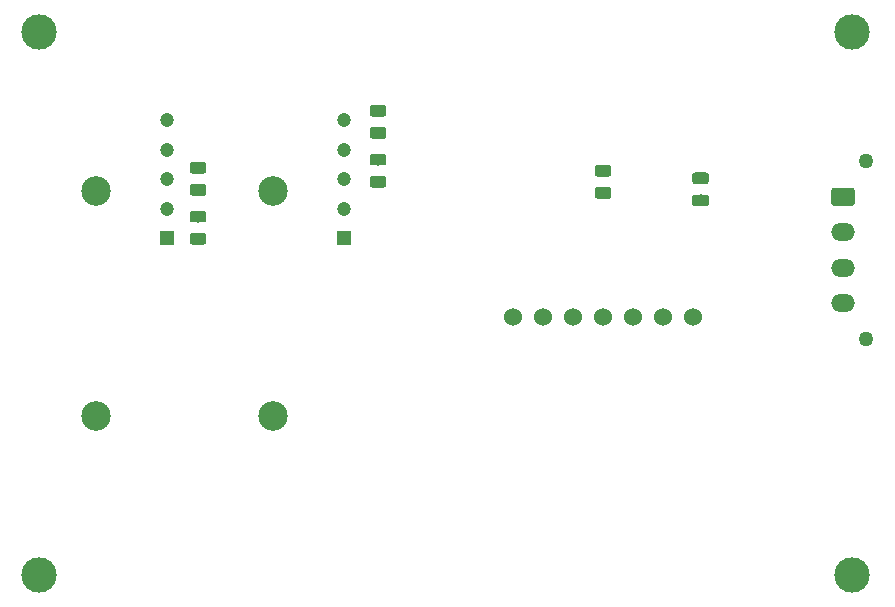
<source format=gbr>
G04 #@! TF.GenerationSoftware,KiCad,Pcbnew,5.1.4-e60b266~84~ubuntu19.04.1*
G04 #@! TF.CreationDate,2019-10-12T12:41:06-05:00*
G04 #@! TF.ProjectId,current sensor board,63757272-656e-4742-9073-656e736f7220,rev?*
G04 #@! TF.SameCoordinates,Original*
G04 #@! TF.FileFunction,Soldermask,Bot*
G04 #@! TF.FilePolarity,Negative*
%FSLAX46Y46*%
G04 Gerber Fmt 4.6, Leading zero omitted, Abs format (unit mm)*
G04 Created by KiCad (PCBNEW 5.1.4-e60b266~84~ubuntu19.04.1) date 2019-10-12 12:41:06*
%MOMM*%
%LPD*%
G04 APERTURE LIST*
%ADD10C,3.000000*%
%ADD11C,1.524000*%
%ADD12C,0.100000*%
%ADD13C,0.975000*%
%ADD14O,2.020000X1.500000*%
%ADD15C,1.500000*%
%ADD16C,1.270000*%
%ADD17C,2.500000*%
%ADD18C,1.200000*%
%ADD19R,1.200000X1.200000*%
G04 APERTURE END LIST*
D10*
X154432000Y-62230000D03*
X154432000Y-108204000D03*
X85598000Y-108204000D03*
X85598000Y-62230000D03*
D11*
X140970000Y-86360000D03*
X138430000Y-86360000D03*
X135890000Y-86360000D03*
X133350000Y-86360000D03*
X130810000Y-86360000D03*
X128270000Y-86360000D03*
X125730000Y-86360000D03*
D12*
G36*
X99540142Y-73252174D02*
G01*
X99563803Y-73255684D01*
X99587007Y-73261496D01*
X99609529Y-73269554D01*
X99631153Y-73279782D01*
X99651670Y-73292079D01*
X99670883Y-73306329D01*
X99688607Y-73322393D01*
X99704671Y-73340117D01*
X99718921Y-73359330D01*
X99731218Y-73379847D01*
X99741446Y-73401471D01*
X99749504Y-73423993D01*
X99755316Y-73447197D01*
X99758826Y-73470858D01*
X99760000Y-73494750D01*
X99760000Y-73982250D01*
X99758826Y-74006142D01*
X99755316Y-74029803D01*
X99749504Y-74053007D01*
X99741446Y-74075529D01*
X99731218Y-74097153D01*
X99718921Y-74117670D01*
X99704671Y-74136883D01*
X99688607Y-74154607D01*
X99670883Y-74170671D01*
X99651670Y-74184921D01*
X99631153Y-74197218D01*
X99609529Y-74207446D01*
X99587007Y-74215504D01*
X99563803Y-74221316D01*
X99540142Y-74224826D01*
X99516250Y-74226000D01*
X98603750Y-74226000D01*
X98579858Y-74224826D01*
X98556197Y-74221316D01*
X98532993Y-74215504D01*
X98510471Y-74207446D01*
X98488847Y-74197218D01*
X98468330Y-74184921D01*
X98449117Y-74170671D01*
X98431393Y-74154607D01*
X98415329Y-74136883D01*
X98401079Y-74117670D01*
X98388782Y-74097153D01*
X98378554Y-74075529D01*
X98370496Y-74053007D01*
X98364684Y-74029803D01*
X98361174Y-74006142D01*
X98360000Y-73982250D01*
X98360000Y-73494750D01*
X98361174Y-73470858D01*
X98364684Y-73447197D01*
X98370496Y-73423993D01*
X98378554Y-73401471D01*
X98388782Y-73379847D01*
X98401079Y-73359330D01*
X98415329Y-73340117D01*
X98431393Y-73322393D01*
X98449117Y-73306329D01*
X98468330Y-73292079D01*
X98488847Y-73279782D01*
X98510471Y-73269554D01*
X98532993Y-73261496D01*
X98556197Y-73255684D01*
X98579858Y-73252174D01*
X98603750Y-73251000D01*
X99516250Y-73251000D01*
X99540142Y-73252174D01*
X99540142Y-73252174D01*
G37*
D13*
X99060000Y-73738500D03*
D12*
G36*
X99540142Y-75127174D02*
G01*
X99563803Y-75130684D01*
X99587007Y-75136496D01*
X99609529Y-75144554D01*
X99631153Y-75154782D01*
X99651670Y-75167079D01*
X99670883Y-75181329D01*
X99688607Y-75197393D01*
X99704671Y-75215117D01*
X99718921Y-75234330D01*
X99731218Y-75254847D01*
X99741446Y-75276471D01*
X99749504Y-75298993D01*
X99755316Y-75322197D01*
X99758826Y-75345858D01*
X99760000Y-75369750D01*
X99760000Y-75857250D01*
X99758826Y-75881142D01*
X99755316Y-75904803D01*
X99749504Y-75928007D01*
X99741446Y-75950529D01*
X99731218Y-75972153D01*
X99718921Y-75992670D01*
X99704671Y-76011883D01*
X99688607Y-76029607D01*
X99670883Y-76045671D01*
X99651670Y-76059921D01*
X99631153Y-76072218D01*
X99609529Y-76082446D01*
X99587007Y-76090504D01*
X99563803Y-76096316D01*
X99540142Y-76099826D01*
X99516250Y-76101000D01*
X98603750Y-76101000D01*
X98579858Y-76099826D01*
X98556197Y-76096316D01*
X98532993Y-76090504D01*
X98510471Y-76082446D01*
X98488847Y-76072218D01*
X98468330Y-76059921D01*
X98449117Y-76045671D01*
X98431393Y-76029607D01*
X98415329Y-76011883D01*
X98401079Y-75992670D01*
X98388782Y-75972153D01*
X98378554Y-75950529D01*
X98370496Y-75928007D01*
X98364684Y-75904803D01*
X98361174Y-75881142D01*
X98360000Y-75857250D01*
X98360000Y-75369750D01*
X98361174Y-75345858D01*
X98364684Y-75322197D01*
X98370496Y-75298993D01*
X98378554Y-75276471D01*
X98388782Y-75254847D01*
X98401079Y-75234330D01*
X98415329Y-75215117D01*
X98431393Y-75197393D01*
X98449117Y-75181329D01*
X98468330Y-75167079D01*
X98488847Y-75154782D01*
X98510471Y-75144554D01*
X98532993Y-75136496D01*
X98556197Y-75130684D01*
X98579858Y-75127174D01*
X98603750Y-75126000D01*
X99516250Y-75126000D01*
X99540142Y-75127174D01*
X99540142Y-75127174D01*
G37*
D13*
X99060000Y-75613500D03*
D12*
G36*
X114780142Y-70301174D02*
G01*
X114803803Y-70304684D01*
X114827007Y-70310496D01*
X114849529Y-70318554D01*
X114871153Y-70328782D01*
X114891670Y-70341079D01*
X114910883Y-70355329D01*
X114928607Y-70371393D01*
X114944671Y-70389117D01*
X114958921Y-70408330D01*
X114971218Y-70428847D01*
X114981446Y-70450471D01*
X114989504Y-70472993D01*
X114995316Y-70496197D01*
X114998826Y-70519858D01*
X115000000Y-70543750D01*
X115000000Y-71031250D01*
X114998826Y-71055142D01*
X114995316Y-71078803D01*
X114989504Y-71102007D01*
X114981446Y-71124529D01*
X114971218Y-71146153D01*
X114958921Y-71166670D01*
X114944671Y-71185883D01*
X114928607Y-71203607D01*
X114910883Y-71219671D01*
X114891670Y-71233921D01*
X114871153Y-71246218D01*
X114849529Y-71256446D01*
X114827007Y-71264504D01*
X114803803Y-71270316D01*
X114780142Y-71273826D01*
X114756250Y-71275000D01*
X113843750Y-71275000D01*
X113819858Y-71273826D01*
X113796197Y-71270316D01*
X113772993Y-71264504D01*
X113750471Y-71256446D01*
X113728847Y-71246218D01*
X113708330Y-71233921D01*
X113689117Y-71219671D01*
X113671393Y-71203607D01*
X113655329Y-71185883D01*
X113641079Y-71166670D01*
X113628782Y-71146153D01*
X113618554Y-71124529D01*
X113610496Y-71102007D01*
X113604684Y-71078803D01*
X113601174Y-71055142D01*
X113600000Y-71031250D01*
X113600000Y-70543750D01*
X113601174Y-70519858D01*
X113604684Y-70496197D01*
X113610496Y-70472993D01*
X113618554Y-70450471D01*
X113628782Y-70428847D01*
X113641079Y-70408330D01*
X113655329Y-70389117D01*
X113671393Y-70371393D01*
X113689117Y-70355329D01*
X113708330Y-70341079D01*
X113728847Y-70328782D01*
X113750471Y-70318554D01*
X113772993Y-70310496D01*
X113796197Y-70304684D01*
X113819858Y-70301174D01*
X113843750Y-70300000D01*
X114756250Y-70300000D01*
X114780142Y-70301174D01*
X114780142Y-70301174D01*
G37*
D13*
X114300000Y-70787500D03*
D12*
G36*
X114780142Y-68426174D02*
G01*
X114803803Y-68429684D01*
X114827007Y-68435496D01*
X114849529Y-68443554D01*
X114871153Y-68453782D01*
X114891670Y-68466079D01*
X114910883Y-68480329D01*
X114928607Y-68496393D01*
X114944671Y-68514117D01*
X114958921Y-68533330D01*
X114971218Y-68553847D01*
X114981446Y-68575471D01*
X114989504Y-68597993D01*
X114995316Y-68621197D01*
X114998826Y-68644858D01*
X115000000Y-68668750D01*
X115000000Y-69156250D01*
X114998826Y-69180142D01*
X114995316Y-69203803D01*
X114989504Y-69227007D01*
X114981446Y-69249529D01*
X114971218Y-69271153D01*
X114958921Y-69291670D01*
X114944671Y-69310883D01*
X114928607Y-69328607D01*
X114910883Y-69344671D01*
X114891670Y-69358921D01*
X114871153Y-69371218D01*
X114849529Y-69381446D01*
X114827007Y-69389504D01*
X114803803Y-69395316D01*
X114780142Y-69398826D01*
X114756250Y-69400000D01*
X113843750Y-69400000D01*
X113819858Y-69398826D01*
X113796197Y-69395316D01*
X113772993Y-69389504D01*
X113750471Y-69381446D01*
X113728847Y-69371218D01*
X113708330Y-69358921D01*
X113689117Y-69344671D01*
X113671393Y-69328607D01*
X113655329Y-69310883D01*
X113641079Y-69291670D01*
X113628782Y-69271153D01*
X113618554Y-69249529D01*
X113610496Y-69227007D01*
X113604684Y-69203803D01*
X113601174Y-69180142D01*
X113600000Y-69156250D01*
X113600000Y-68668750D01*
X113601174Y-68644858D01*
X113604684Y-68621197D01*
X113610496Y-68597993D01*
X113618554Y-68575471D01*
X113628782Y-68553847D01*
X113641079Y-68533330D01*
X113655329Y-68514117D01*
X113671393Y-68496393D01*
X113689117Y-68480329D01*
X113708330Y-68466079D01*
X113728847Y-68453782D01*
X113750471Y-68443554D01*
X113772993Y-68435496D01*
X113796197Y-68429684D01*
X113819858Y-68426174D01*
X113843750Y-68425000D01*
X114756250Y-68425000D01*
X114780142Y-68426174D01*
X114780142Y-68426174D01*
G37*
D13*
X114300000Y-68912500D03*
D12*
G36*
X99540142Y-79269674D02*
G01*
X99563803Y-79273184D01*
X99587007Y-79278996D01*
X99609529Y-79287054D01*
X99631153Y-79297282D01*
X99651670Y-79309579D01*
X99670883Y-79323829D01*
X99688607Y-79339893D01*
X99704671Y-79357617D01*
X99718921Y-79376830D01*
X99731218Y-79397347D01*
X99741446Y-79418971D01*
X99749504Y-79441493D01*
X99755316Y-79464697D01*
X99758826Y-79488358D01*
X99760000Y-79512250D01*
X99760000Y-79999750D01*
X99758826Y-80023642D01*
X99755316Y-80047303D01*
X99749504Y-80070507D01*
X99741446Y-80093029D01*
X99731218Y-80114653D01*
X99718921Y-80135170D01*
X99704671Y-80154383D01*
X99688607Y-80172107D01*
X99670883Y-80188171D01*
X99651670Y-80202421D01*
X99631153Y-80214718D01*
X99609529Y-80224946D01*
X99587007Y-80233004D01*
X99563803Y-80238816D01*
X99540142Y-80242326D01*
X99516250Y-80243500D01*
X98603750Y-80243500D01*
X98579858Y-80242326D01*
X98556197Y-80238816D01*
X98532993Y-80233004D01*
X98510471Y-80224946D01*
X98488847Y-80214718D01*
X98468330Y-80202421D01*
X98449117Y-80188171D01*
X98431393Y-80172107D01*
X98415329Y-80154383D01*
X98401079Y-80135170D01*
X98388782Y-80114653D01*
X98378554Y-80093029D01*
X98370496Y-80070507D01*
X98364684Y-80047303D01*
X98361174Y-80023642D01*
X98360000Y-79999750D01*
X98360000Y-79512250D01*
X98361174Y-79488358D01*
X98364684Y-79464697D01*
X98370496Y-79441493D01*
X98378554Y-79418971D01*
X98388782Y-79397347D01*
X98401079Y-79376830D01*
X98415329Y-79357617D01*
X98431393Y-79339893D01*
X98449117Y-79323829D01*
X98468330Y-79309579D01*
X98488847Y-79297282D01*
X98510471Y-79287054D01*
X98532993Y-79278996D01*
X98556197Y-79273184D01*
X98579858Y-79269674D01*
X98603750Y-79268500D01*
X99516250Y-79268500D01*
X99540142Y-79269674D01*
X99540142Y-79269674D01*
G37*
D13*
X99060000Y-79756000D03*
D12*
G36*
X99540142Y-77394674D02*
G01*
X99563803Y-77398184D01*
X99587007Y-77403996D01*
X99609529Y-77412054D01*
X99631153Y-77422282D01*
X99651670Y-77434579D01*
X99670883Y-77448829D01*
X99688607Y-77464893D01*
X99704671Y-77482617D01*
X99718921Y-77501830D01*
X99731218Y-77522347D01*
X99741446Y-77543971D01*
X99749504Y-77566493D01*
X99755316Y-77589697D01*
X99758826Y-77613358D01*
X99760000Y-77637250D01*
X99760000Y-78124750D01*
X99758826Y-78148642D01*
X99755316Y-78172303D01*
X99749504Y-78195507D01*
X99741446Y-78218029D01*
X99731218Y-78239653D01*
X99718921Y-78260170D01*
X99704671Y-78279383D01*
X99688607Y-78297107D01*
X99670883Y-78313171D01*
X99651670Y-78327421D01*
X99631153Y-78339718D01*
X99609529Y-78349946D01*
X99587007Y-78358004D01*
X99563803Y-78363816D01*
X99540142Y-78367326D01*
X99516250Y-78368500D01*
X98603750Y-78368500D01*
X98579858Y-78367326D01*
X98556197Y-78363816D01*
X98532993Y-78358004D01*
X98510471Y-78349946D01*
X98488847Y-78339718D01*
X98468330Y-78327421D01*
X98449117Y-78313171D01*
X98431393Y-78297107D01*
X98415329Y-78279383D01*
X98401079Y-78260170D01*
X98388782Y-78239653D01*
X98378554Y-78218029D01*
X98370496Y-78195507D01*
X98364684Y-78172303D01*
X98361174Y-78148642D01*
X98360000Y-78124750D01*
X98360000Y-77637250D01*
X98361174Y-77613358D01*
X98364684Y-77589697D01*
X98370496Y-77566493D01*
X98378554Y-77543971D01*
X98388782Y-77522347D01*
X98401079Y-77501830D01*
X98415329Y-77482617D01*
X98431393Y-77464893D01*
X98449117Y-77448829D01*
X98468330Y-77434579D01*
X98488847Y-77422282D01*
X98510471Y-77412054D01*
X98532993Y-77403996D01*
X98556197Y-77398184D01*
X98579858Y-77394674D01*
X98603750Y-77393500D01*
X99516250Y-77393500D01*
X99540142Y-77394674D01*
X99540142Y-77394674D01*
G37*
D13*
X99060000Y-77881000D03*
D12*
G36*
X114780142Y-72568674D02*
G01*
X114803803Y-72572184D01*
X114827007Y-72577996D01*
X114849529Y-72586054D01*
X114871153Y-72596282D01*
X114891670Y-72608579D01*
X114910883Y-72622829D01*
X114928607Y-72638893D01*
X114944671Y-72656617D01*
X114958921Y-72675830D01*
X114971218Y-72696347D01*
X114981446Y-72717971D01*
X114989504Y-72740493D01*
X114995316Y-72763697D01*
X114998826Y-72787358D01*
X115000000Y-72811250D01*
X115000000Y-73298750D01*
X114998826Y-73322642D01*
X114995316Y-73346303D01*
X114989504Y-73369507D01*
X114981446Y-73392029D01*
X114971218Y-73413653D01*
X114958921Y-73434170D01*
X114944671Y-73453383D01*
X114928607Y-73471107D01*
X114910883Y-73487171D01*
X114891670Y-73501421D01*
X114871153Y-73513718D01*
X114849529Y-73523946D01*
X114827007Y-73532004D01*
X114803803Y-73537816D01*
X114780142Y-73541326D01*
X114756250Y-73542500D01*
X113843750Y-73542500D01*
X113819858Y-73541326D01*
X113796197Y-73537816D01*
X113772993Y-73532004D01*
X113750471Y-73523946D01*
X113728847Y-73513718D01*
X113708330Y-73501421D01*
X113689117Y-73487171D01*
X113671393Y-73471107D01*
X113655329Y-73453383D01*
X113641079Y-73434170D01*
X113628782Y-73413653D01*
X113618554Y-73392029D01*
X113610496Y-73369507D01*
X113604684Y-73346303D01*
X113601174Y-73322642D01*
X113600000Y-73298750D01*
X113600000Y-72811250D01*
X113601174Y-72787358D01*
X113604684Y-72763697D01*
X113610496Y-72740493D01*
X113618554Y-72717971D01*
X113628782Y-72696347D01*
X113641079Y-72675830D01*
X113655329Y-72656617D01*
X113671393Y-72638893D01*
X113689117Y-72622829D01*
X113708330Y-72608579D01*
X113728847Y-72596282D01*
X113750471Y-72586054D01*
X113772993Y-72577996D01*
X113796197Y-72572184D01*
X113819858Y-72568674D01*
X113843750Y-72567500D01*
X114756250Y-72567500D01*
X114780142Y-72568674D01*
X114780142Y-72568674D01*
G37*
D13*
X114300000Y-73055000D03*
D12*
G36*
X114780142Y-74443674D02*
G01*
X114803803Y-74447184D01*
X114827007Y-74452996D01*
X114849529Y-74461054D01*
X114871153Y-74471282D01*
X114891670Y-74483579D01*
X114910883Y-74497829D01*
X114928607Y-74513893D01*
X114944671Y-74531617D01*
X114958921Y-74550830D01*
X114971218Y-74571347D01*
X114981446Y-74592971D01*
X114989504Y-74615493D01*
X114995316Y-74638697D01*
X114998826Y-74662358D01*
X115000000Y-74686250D01*
X115000000Y-75173750D01*
X114998826Y-75197642D01*
X114995316Y-75221303D01*
X114989504Y-75244507D01*
X114981446Y-75267029D01*
X114971218Y-75288653D01*
X114958921Y-75309170D01*
X114944671Y-75328383D01*
X114928607Y-75346107D01*
X114910883Y-75362171D01*
X114891670Y-75376421D01*
X114871153Y-75388718D01*
X114849529Y-75398946D01*
X114827007Y-75407004D01*
X114803803Y-75412816D01*
X114780142Y-75416326D01*
X114756250Y-75417500D01*
X113843750Y-75417500D01*
X113819858Y-75416326D01*
X113796197Y-75412816D01*
X113772993Y-75407004D01*
X113750471Y-75398946D01*
X113728847Y-75388718D01*
X113708330Y-75376421D01*
X113689117Y-75362171D01*
X113671393Y-75346107D01*
X113655329Y-75328383D01*
X113641079Y-75309170D01*
X113628782Y-75288653D01*
X113618554Y-75267029D01*
X113610496Y-75244507D01*
X113604684Y-75221303D01*
X113601174Y-75197642D01*
X113600000Y-75173750D01*
X113600000Y-74686250D01*
X113601174Y-74662358D01*
X113604684Y-74638697D01*
X113610496Y-74615493D01*
X113618554Y-74592971D01*
X113628782Y-74571347D01*
X113641079Y-74550830D01*
X113655329Y-74531617D01*
X113671393Y-74513893D01*
X113689117Y-74497829D01*
X113708330Y-74483579D01*
X113728847Y-74471282D01*
X113750471Y-74461054D01*
X113772993Y-74452996D01*
X113796197Y-74447184D01*
X113819858Y-74443674D01*
X113843750Y-74442500D01*
X114756250Y-74442500D01*
X114780142Y-74443674D01*
X114780142Y-74443674D01*
G37*
D13*
X114300000Y-74930000D03*
D12*
G36*
X142085142Y-74141174D02*
G01*
X142108803Y-74144684D01*
X142132007Y-74150496D01*
X142154529Y-74158554D01*
X142176153Y-74168782D01*
X142196670Y-74181079D01*
X142215883Y-74195329D01*
X142233607Y-74211393D01*
X142249671Y-74229117D01*
X142263921Y-74248330D01*
X142276218Y-74268847D01*
X142286446Y-74290471D01*
X142294504Y-74312993D01*
X142300316Y-74336197D01*
X142303826Y-74359858D01*
X142305000Y-74383750D01*
X142305000Y-74871250D01*
X142303826Y-74895142D01*
X142300316Y-74918803D01*
X142294504Y-74942007D01*
X142286446Y-74964529D01*
X142276218Y-74986153D01*
X142263921Y-75006670D01*
X142249671Y-75025883D01*
X142233607Y-75043607D01*
X142215883Y-75059671D01*
X142196670Y-75073921D01*
X142176153Y-75086218D01*
X142154529Y-75096446D01*
X142132007Y-75104504D01*
X142108803Y-75110316D01*
X142085142Y-75113826D01*
X142061250Y-75115000D01*
X141148750Y-75115000D01*
X141124858Y-75113826D01*
X141101197Y-75110316D01*
X141077993Y-75104504D01*
X141055471Y-75096446D01*
X141033847Y-75086218D01*
X141013330Y-75073921D01*
X140994117Y-75059671D01*
X140976393Y-75043607D01*
X140960329Y-75025883D01*
X140946079Y-75006670D01*
X140933782Y-74986153D01*
X140923554Y-74964529D01*
X140915496Y-74942007D01*
X140909684Y-74918803D01*
X140906174Y-74895142D01*
X140905000Y-74871250D01*
X140905000Y-74383750D01*
X140906174Y-74359858D01*
X140909684Y-74336197D01*
X140915496Y-74312993D01*
X140923554Y-74290471D01*
X140933782Y-74268847D01*
X140946079Y-74248330D01*
X140960329Y-74229117D01*
X140976393Y-74211393D01*
X140994117Y-74195329D01*
X141013330Y-74181079D01*
X141033847Y-74168782D01*
X141055471Y-74158554D01*
X141077993Y-74150496D01*
X141101197Y-74144684D01*
X141124858Y-74141174D01*
X141148750Y-74140000D01*
X142061250Y-74140000D01*
X142085142Y-74141174D01*
X142085142Y-74141174D01*
G37*
D13*
X141605000Y-74627500D03*
D12*
G36*
X142085142Y-76016174D02*
G01*
X142108803Y-76019684D01*
X142132007Y-76025496D01*
X142154529Y-76033554D01*
X142176153Y-76043782D01*
X142196670Y-76056079D01*
X142215883Y-76070329D01*
X142233607Y-76086393D01*
X142249671Y-76104117D01*
X142263921Y-76123330D01*
X142276218Y-76143847D01*
X142286446Y-76165471D01*
X142294504Y-76187993D01*
X142300316Y-76211197D01*
X142303826Y-76234858D01*
X142305000Y-76258750D01*
X142305000Y-76746250D01*
X142303826Y-76770142D01*
X142300316Y-76793803D01*
X142294504Y-76817007D01*
X142286446Y-76839529D01*
X142276218Y-76861153D01*
X142263921Y-76881670D01*
X142249671Y-76900883D01*
X142233607Y-76918607D01*
X142215883Y-76934671D01*
X142196670Y-76948921D01*
X142176153Y-76961218D01*
X142154529Y-76971446D01*
X142132007Y-76979504D01*
X142108803Y-76985316D01*
X142085142Y-76988826D01*
X142061250Y-76990000D01*
X141148750Y-76990000D01*
X141124858Y-76988826D01*
X141101197Y-76985316D01*
X141077993Y-76979504D01*
X141055471Y-76971446D01*
X141033847Y-76961218D01*
X141013330Y-76948921D01*
X140994117Y-76934671D01*
X140976393Y-76918607D01*
X140960329Y-76900883D01*
X140946079Y-76881670D01*
X140933782Y-76861153D01*
X140923554Y-76839529D01*
X140915496Y-76817007D01*
X140909684Y-76793803D01*
X140906174Y-76770142D01*
X140905000Y-76746250D01*
X140905000Y-76258750D01*
X140906174Y-76234858D01*
X140909684Y-76211197D01*
X140915496Y-76187993D01*
X140923554Y-76165471D01*
X140933782Y-76143847D01*
X140946079Y-76123330D01*
X140960329Y-76104117D01*
X140976393Y-76086393D01*
X140994117Y-76070329D01*
X141013330Y-76056079D01*
X141033847Y-76043782D01*
X141055471Y-76033554D01*
X141077993Y-76025496D01*
X141101197Y-76019684D01*
X141124858Y-76016174D01*
X141148750Y-76015000D01*
X142061250Y-76015000D01*
X142085142Y-76016174D01*
X142085142Y-76016174D01*
G37*
D13*
X141605000Y-76502500D03*
D12*
G36*
X133830142Y-75381174D02*
G01*
X133853803Y-75384684D01*
X133877007Y-75390496D01*
X133899529Y-75398554D01*
X133921153Y-75408782D01*
X133941670Y-75421079D01*
X133960883Y-75435329D01*
X133978607Y-75451393D01*
X133994671Y-75469117D01*
X134008921Y-75488330D01*
X134021218Y-75508847D01*
X134031446Y-75530471D01*
X134039504Y-75552993D01*
X134045316Y-75576197D01*
X134048826Y-75599858D01*
X134050000Y-75623750D01*
X134050000Y-76111250D01*
X134048826Y-76135142D01*
X134045316Y-76158803D01*
X134039504Y-76182007D01*
X134031446Y-76204529D01*
X134021218Y-76226153D01*
X134008921Y-76246670D01*
X133994671Y-76265883D01*
X133978607Y-76283607D01*
X133960883Y-76299671D01*
X133941670Y-76313921D01*
X133921153Y-76326218D01*
X133899529Y-76336446D01*
X133877007Y-76344504D01*
X133853803Y-76350316D01*
X133830142Y-76353826D01*
X133806250Y-76355000D01*
X132893750Y-76355000D01*
X132869858Y-76353826D01*
X132846197Y-76350316D01*
X132822993Y-76344504D01*
X132800471Y-76336446D01*
X132778847Y-76326218D01*
X132758330Y-76313921D01*
X132739117Y-76299671D01*
X132721393Y-76283607D01*
X132705329Y-76265883D01*
X132691079Y-76246670D01*
X132678782Y-76226153D01*
X132668554Y-76204529D01*
X132660496Y-76182007D01*
X132654684Y-76158803D01*
X132651174Y-76135142D01*
X132650000Y-76111250D01*
X132650000Y-75623750D01*
X132651174Y-75599858D01*
X132654684Y-75576197D01*
X132660496Y-75552993D01*
X132668554Y-75530471D01*
X132678782Y-75508847D01*
X132691079Y-75488330D01*
X132705329Y-75469117D01*
X132721393Y-75451393D01*
X132739117Y-75435329D01*
X132758330Y-75421079D01*
X132778847Y-75408782D01*
X132800471Y-75398554D01*
X132822993Y-75390496D01*
X132846197Y-75384684D01*
X132869858Y-75381174D01*
X132893750Y-75380000D01*
X133806250Y-75380000D01*
X133830142Y-75381174D01*
X133830142Y-75381174D01*
G37*
D13*
X133350000Y-75867500D03*
D12*
G36*
X133830142Y-73506174D02*
G01*
X133853803Y-73509684D01*
X133877007Y-73515496D01*
X133899529Y-73523554D01*
X133921153Y-73533782D01*
X133941670Y-73546079D01*
X133960883Y-73560329D01*
X133978607Y-73576393D01*
X133994671Y-73594117D01*
X134008921Y-73613330D01*
X134021218Y-73633847D01*
X134031446Y-73655471D01*
X134039504Y-73677993D01*
X134045316Y-73701197D01*
X134048826Y-73724858D01*
X134050000Y-73748750D01*
X134050000Y-74236250D01*
X134048826Y-74260142D01*
X134045316Y-74283803D01*
X134039504Y-74307007D01*
X134031446Y-74329529D01*
X134021218Y-74351153D01*
X134008921Y-74371670D01*
X133994671Y-74390883D01*
X133978607Y-74408607D01*
X133960883Y-74424671D01*
X133941670Y-74438921D01*
X133921153Y-74451218D01*
X133899529Y-74461446D01*
X133877007Y-74469504D01*
X133853803Y-74475316D01*
X133830142Y-74478826D01*
X133806250Y-74480000D01*
X132893750Y-74480000D01*
X132869858Y-74478826D01*
X132846197Y-74475316D01*
X132822993Y-74469504D01*
X132800471Y-74461446D01*
X132778847Y-74451218D01*
X132758330Y-74438921D01*
X132739117Y-74424671D01*
X132721393Y-74408607D01*
X132705329Y-74390883D01*
X132691079Y-74371670D01*
X132678782Y-74351153D01*
X132668554Y-74329529D01*
X132660496Y-74307007D01*
X132654684Y-74283803D01*
X132651174Y-74260142D01*
X132650000Y-74236250D01*
X132650000Y-73748750D01*
X132651174Y-73724858D01*
X132654684Y-73701197D01*
X132660496Y-73677993D01*
X132668554Y-73655471D01*
X132678782Y-73633847D01*
X132691079Y-73613330D01*
X132705329Y-73594117D01*
X132721393Y-73576393D01*
X132739117Y-73560329D01*
X132758330Y-73546079D01*
X132778847Y-73533782D01*
X132800471Y-73523554D01*
X132822993Y-73515496D01*
X132846197Y-73509684D01*
X132869858Y-73506174D01*
X132893750Y-73505000D01*
X133806250Y-73505000D01*
X133830142Y-73506174D01*
X133830142Y-73506174D01*
G37*
D13*
X133350000Y-73992500D03*
D14*
X153670000Y-85200000D03*
X153670000Y-82200000D03*
X153670000Y-79200000D03*
D12*
G36*
X154454504Y-75451204D02*
G01*
X154478773Y-75454804D01*
X154502571Y-75460765D01*
X154525671Y-75469030D01*
X154547849Y-75479520D01*
X154568893Y-75492133D01*
X154588598Y-75506747D01*
X154606777Y-75523223D01*
X154623253Y-75541402D01*
X154637867Y-75561107D01*
X154650480Y-75582151D01*
X154660970Y-75604329D01*
X154669235Y-75627429D01*
X154675196Y-75651227D01*
X154678796Y-75675496D01*
X154680000Y-75700000D01*
X154680000Y-76700000D01*
X154678796Y-76724504D01*
X154675196Y-76748773D01*
X154669235Y-76772571D01*
X154660970Y-76795671D01*
X154650480Y-76817849D01*
X154637867Y-76838893D01*
X154623253Y-76858598D01*
X154606777Y-76876777D01*
X154588598Y-76893253D01*
X154568893Y-76907867D01*
X154547849Y-76920480D01*
X154525671Y-76930970D01*
X154502571Y-76939235D01*
X154478773Y-76945196D01*
X154454504Y-76948796D01*
X154430000Y-76950000D01*
X152910000Y-76950000D01*
X152885496Y-76948796D01*
X152861227Y-76945196D01*
X152837429Y-76939235D01*
X152814329Y-76930970D01*
X152792151Y-76920480D01*
X152771107Y-76907867D01*
X152751402Y-76893253D01*
X152733223Y-76876777D01*
X152716747Y-76858598D01*
X152702133Y-76838893D01*
X152689520Y-76817849D01*
X152679030Y-76795671D01*
X152670765Y-76772571D01*
X152664804Y-76748773D01*
X152661204Y-76724504D01*
X152660000Y-76700000D01*
X152660000Y-75700000D01*
X152661204Y-75675496D01*
X152664804Y-75651227D01*
X152670765Y-75627429D01*
X152679030Y-75604329D01*
X152689520Y-75582151D01*
X152702133Y-75561107D01*
X152716747Y-75541402D01*
X152733223Y-75523223D01*
X152751402Y-75506747D01*
X152771107Y-75492133D01*
X152792151Y-75479520D01*
X152814329Y-75469030D01*
X152837429Y-75460765D01*
X152861227Y-75454804D01*
X152885496Y-75451204D01*
X152910000Y-75450000D01*
X154430000Y-75450000D01*
X154454504Y-75451204D01*
X154454504Y-75451204D01*
G37*
D15*
X153670000Y-76200000D03*
D16*
X155630000Y-88200000D03*
X155630000Y-73200000D03*
D17*
X105410000Y-94716000D03*
X105410000Y-75716000D03*
D18*
X111410000Y-69716000D03*
X111410000Y-72216000D03*
X111410000Y-74716000D03*
X111410000Y-77216000D03*
D19*
X111410000Y-79716000D03*
X96440000Y-79716000D03*
D18*
X96440000Y-77216000D03*
X96440000Y-74716000D03*
X96440000Y-72216000D03*
X96440000Y-69716000D03*
D17*
X90440000Y-75716000D03*
X90440000Y-94716000D03*
M02*

</source>
